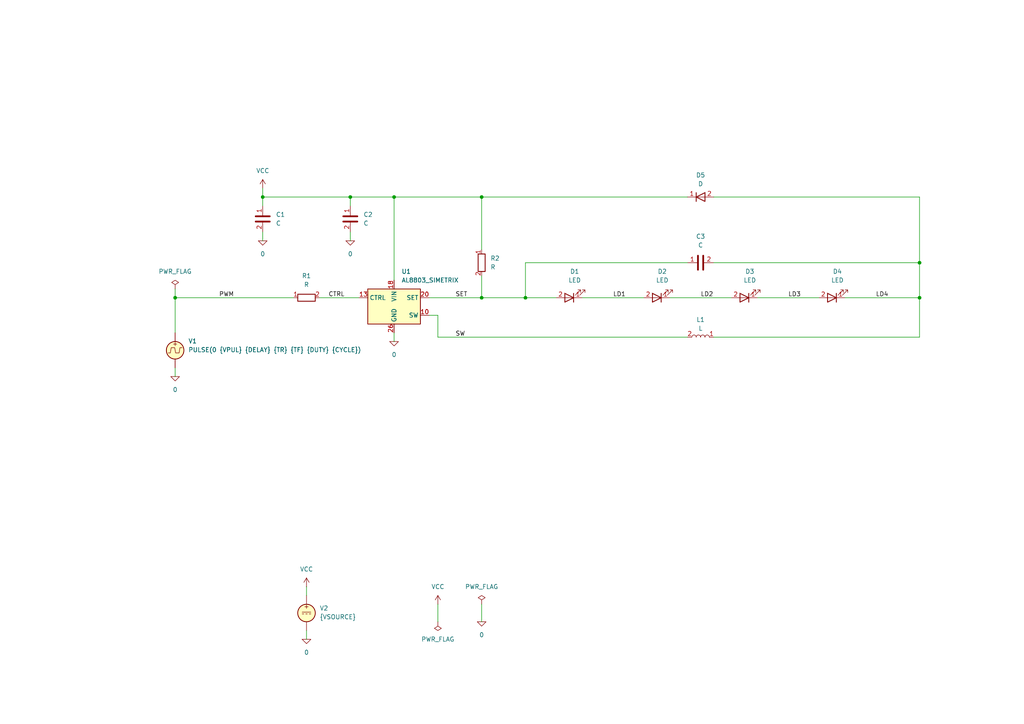
<source format=kicad_sch>
(kicad_sch (version 20250114) (generator "eeschema") (generator_version "9.0")
  (paper "A4")
  (title_block (date "2026-01-30") (rev "1") (company "astroelectronic@") (comment 1 "-") (comment 2 "-") (comment 3 "-") (comment 4 "AE01003803"))
  (lib_symbols
    (symbol "AP8803:0" (power) (pin_numbers (hide yes)) (pin_names (offset 0) (hide yes))
      (property "Value" "0" (at 0 -2.54 0))
      (symbol "0_0_1"
        (polyline (pts (xy -1.27 0) (xy 0 -1.27) (xy 1.27 0) (xy -1.27 0)))
      )
      (symbol "0_1_1"
        (pin power_in line (at 0 0 0) (length 0) (name "~") (number "1"))
      )
    )
    (symbol "AP8803:AP8803"
      (property "Reference" "U" (at -5.08 6.35 0))
      (property "Value" "AP8803" (at 7.62 6.35 0))
      (symbol "AP8803_0_1"
        (rectangle (start -7.62 5.08) (end 7.62 -5.08) (stroke (width 0.254)) (fill (type background)))
      )
      (symbol "AP8803_1_1"
        (pin passive line (at -10.16 2.54 0) (length 2.54) (name "CTRL") (number "13"))
        (pin passive line (at 0 7.62 270) (length 2.54) (name "VIN") (number "18"))
        (pin passive line (at 0 -7.62 90) (length 2.54) (name "GND") (number "26"))
        (pin passive line (at 10.16 2.54 180) (length 2.54) (name "SET") (number "20"))
        (pin passive line (at 10.16 -2.54 180) (length 2.54) (name "SW") (number "10"))
      )
    )
    (symbol "AP8803:C" (pin_names (offset 0.254) (hide yes))
      (property "Reference" "C" (at 0.635 2.54 0))
      (property "Value" "C" (at 0.635 -2.54 0))
      (symbol "C_0_1"
        (polyline (pts (xy -2.032 0.762) (xy 2.032 0.762)) (stroke (width 0.508)))
        (polyline (pts (xy -2.032 -0.762) (xy 2.032 -0.762)) (stroke (width 0.508)))
      )
      (symbol "C_1_1"
        (pin passive line (at 0 3.81 270) (length 2.794) (name "~") (number "1"))
        (pin passive line (at 0 -3.81 90) (length 2.794) (name "~") (number "2"))
      )
    )
    (symbol "AP8803:D" (pin_names (offset 1.016) (hide yes))
      (property "Reference" "D" (at 0 2.54 0))
      (property "Value" "D" (at 0 -2.54 0))
      (symbol "D_0_1"
        (polyline (pts (xy -1.27 1.27) (xy -1.27 -1.27)) (stroke (width 0.254)))
        (polyline (pts (xy 1.27 1.27) (xy 1.27 -1.27) (xy -1.27 0) (xy 1.27 1.27)) (stroke (width 0.254)))
        (polyline (pts (xy 1.27 0) (xy -1.27 0)))
      )
      (symbol "D_1_1"
        (pin passive line (at -3.81 0 0) (length 2.54) (name "K") (number "1"))
        (pin passive line (at 3.81 0 180) (length 2.54) (name "A") (number "2"))
      )
    )
    (symbol "AP8803:L" (pin_names (offset 1.016) (hide yes))
      (property "Reference" "L" (at -1.27 0 90))
      (property "Value" "L" (at 1.905 0 90))
      (symbol "L_0_1"
        (arc (start 0 2.54) (mid 0.6323 1.905) (end 0 1.27))
        (arc (start 0 1.27) (mid 0.6323 0.635) (end 0 0))
        (arc (start 0 0) (mid 0.6323 -0.635) (end 0 -1.27))
        (arc (start 0 -1.27) (mid 0.6323 -1.905) (end 0 -2.54))
      )
      (symbol "L_1_1"
        (pin passive line (at 0 3.81 270) (length 1.27) (name "1") (number "1"))
        (pin passive line (at 0 -3.81 90) (length 1.27) (name "2") (number "2"))
      )
    )
    (symbol "AP8803:LED" (pin_names (offset 1.016) (hide yes))
      (property "Reference" "D" (at 0 2.54 0))
      (property "Value" "LED" (at 0 -2.54 0))
      (symbol "LED_0_1"
        (polyline (pts (xy -3.048 -0.762) (xy -4.572 -2.286) (xy -3.81 -2.286) (xy -4.572 -2.286) (xy -4.572 -1.524)))
        (polyline (pts (xy -1.778 -0.762) (xy -3.302 -2.286) (xy -2.54 -2.286) (xy -3.302 -2.286) (xy -3.302 -1.524)))
        (polyline (pts (xy -1.27 0) (xy 1.27 0)))
        (polyline (pts (xy -1.27 -1.27) (xy -1.27 1.27)) (stroke (width 0.254)))
        (polyline (pts (xy 1.27 -1.27) (xy 1.27 1.27) (xy -1.27 0) (xy 1.27 -1.27)) (stroke (width 0.254)))
      )
      (symbol "LED_1_1"
        (pin passive line (at -3.81 0 0) (length 2.54) (name "K") (number "1"))
        (pin passive line (at 3.81 0 180) (length 2.54) (name "A") (number "2"))
      )
    )
    (symbol "AP8803:PWR_FLAG" (power) (pin_numbers (hide yes)) (pin_names (offset 0) (hide yes))
      (property "Value" "PWR_FLAG" (at 0 3.81 0))
      (symbol "PWR_FLAG_0_0"
        (pin power_out line (at 0 0 90) (length 0) (name "~") (number "1"))
      )
      (symbol "PWR_FLAG_0_1"
        (polyline (pts (xy 0 0) (xy 0 1.27) (xy -1.016 1.905) (xy 0 2.54) (xy 1.016 1.905) (xy 0 1.27)))
      )
    )
    (symbol "AP8803:R" (pin_names (offset 0) (hide yes))
      (property "Reference" "R" (at 2.032 0 90))
      (property "Value" "R" (at 0 0 90))
      (symbol "R_0_1"
        (rectangle (start -1.016 -2.54) (end 1.016 2.54) (stroke (width 0.254)))
      )
      (symbol "R_1_1"
        (pin passive line (at 0 3.81 270) (length 1.27) (name "~") (number "1"))
        (pin passive line (at 0 -3.81 90) (length 1.27) (name "~") (number "2"))
      )
    )
    (symbol "AP8803:VCC" (power) (pin_numbers (hide yes)) (pin_names (offset 0) (hide yes))
      (property "Value" "VCC" (at 0 3.556 0))
      (symbol "VCC_0_1"
        (polyline (pts (xy -0.762 1.27) (xy 0 2.54)))
        (polyline (pts (xy 0 2.54) (xy 0.762 1.27)))
        (polyline (pts (xy 0 0) (xy 0 2.54)))
      )
      (symbol "VCC_1_1"
        (pin power_in line (at 0 0 90) (length 0) (name "~") (number "1"))
      )
    )
    (symbol "AP8803:VDC" (pin_numbers (hide yes)) (pin_names (offset 0.0254))
      (property "Reference" "V" (at 2.54 2.54 0))
      (property "Value" "1" (at 2.54 0 0))
      (symbol "VDC_0_0"
        (polyline (pts (xy -1.27 0.254) (xy 1.27 0.254)))
        (polyline (pts (xy -0.762 -0.254) (xy -1.27 -0.254)))
        (polyline (pts (xy 0.254 -0.254) (xy -0.254 -0.254)))
        (polyline (pts (xy 1.27 -0.254) (xy 0.762 -0.254)))
        (text "+" (at 0 1.905 0) (effects (font (size 1.27 1.27))))
      )
      (symbol "VDC_0_1"
        (circle (center 0 0) (radius 2.54) (stroke (width 0.254)) (fill (type background)))
      )
      (symbol "VDC_1_1"
        (pin passive line (at 0 5.08 270) (length 2.54) (name "~") (number "1"))
        (pin passive line (at 0 -5.08 90) (length 2.54) (name "~") (number "2"))
      )
    )
    (symbol "AP8803:VPULSE" (pin_numbers (hide yes)) (pin_names (offset 0.0254))
      (property "Reference" "V" (at 2.54 2.54 0))
      (property "Value" "VPULSE" (at 2.54 0 0))
      (property "Sim.Params" "y1=0 y2=1 td=2n tr=2n tf=2n tw=50n per=100n" (at 2.54 -2.54 0))
      (symbol "VPULSE_0_0"
        (polyline (pts (xy -2.032 -0.762) (xy -1.397 -0.762) (xy -1.143 0.762) (xy -0.127 0.762) (xy 0.127 -0.762) (xy 1.143 -0.762) (xy 1.397 0.762) (xy 2.032 0.762)))
        (text "+" (at 0 1.905 0) (effects (font (size 1.27 1.27))))
      )
      (symbol "VPULSE_0_1"
        (circle (center 0 0) (radius 2.54) (stroke (width 0.254)) (fill (type background)))
      )
      (symbol "VPULSE_1_1"
        (pin passive line (at 0 5.08 270) (length 2.54) (name "~") (number "1"))
        (pin passive line (at 0 -5.08 90) (length 2.54) (name "~") (number "2"))
      )
    )
  )
  (junction (at 114.3 57.15))
  (junction (at 266.7 76.2))
  (junction (at 139.7 57.15))
  (junction (at 139.7 86.36))
  (junction (at 76.2 57.15))
  (junction (at 50.8 86.36))
  (junction (at 266.7 86.36))
  (junction (at 152.4 86.36))
  (junction (at 101.6 57.15))
  (wire (pts (xy 139.7 72.39) (xy 139.7 57.15)))
  (wire (pts (xy 88.9 170.18) (xy 88.9 172.72)))
  (wire (pts (xy 114.3 57.15) (xy 114.3 81.28)))
  (wire (pts (xy 152.4 76.2) (xy 199.39 76.2)))
  (wire (pts (xy 50.8 83.82) (xy 50.8 86.36)))
  (wire (pts (xy 207.01 76.2) (xy 266.7 76.2)))
  (wire (pts (xy 50.8 86.36) (xy 85.09 86.36)))
  (wire (pts (xy 124.46 86.36) (xy 139.7 86.36)))
  (wire (pts (xy 139.7 57.15) (xy 199.39 57.15)))
  (wire (pts (xy 50.8 106.68) (xy 50.8 109.22)))
  (wire (pts (xy 76.2 54.61) (xy 76.2 57.15)))
  (wire (pts (xy 194.31 86.36) (xy 212.09 86.36)))
  (wire (pts (xy 139.7 57.15) (xy 114.3 57.15)))
  (wire (pts (xy 207.01 97.79) (xy 266.7 97.79)))
  (wire (pts (xy 76.2 59.69) (xy 76.2 57.15)))
  (wire (pts (xy 92.71 86.36) (xy 104.14 86.36)))
  (wire (pts (xy 168.91 86.36) (xy 186.69 86.36)))
  (wire (pts (xy 76.2 57.15) (xy 101.6 57.15)))
  (wire (pts (xy 101.6 57.15) (xy 114.3 57.15)))
  (wire (pts (xy 50.8 96.52) (xy 50.8 86.36)))
  (wire (pts (xy 266.7 76.2) (xy 266.7 86.36)))
  (wire (pts (xy 139.7 175.26) (xy 139.7 180.34)))
  (wire (pts (xy 114.3 96.52) (xy 114.3 99.06)))
  (wire (pts (xy 219.71 86.36) (xy 237.49 86.36)))
  (wire (pts (xy 152.4 86.36) (xy 152.4 76.2)))
  (wire (pts (xy 127 175.26) (xy 127 180.34)))
  (wire (pts (xy 139.7 86.36) (xy 152.4 86.36)))
  (wire (pts (xy 76.2 67.31) (xy 76.2 69.85)))
  (wire (pts (xy 88.9 182.88) (xy 88.9 185.42)))
  (wire (pts (xy 266.7 57.15) (xy 266.7 76.2)))
  (wire (pts (xy 139.7 80.01) (xy 139.7 86.36)))
  (wire (pts (xy 207.01 57.15) (xy 266.7 57.15)))
  (wire (pts (xy 245.11 86.36) (xy 266.7 86.36)))
  (wire (pts (xy 127 91.44) (xy 124.46 91.44)))
  (wire (pts (xy 101.6 57.15) (xy 101.6 59.69)))
  (wire (pts (xy 127 97.79) (xy 127 91.44)))
  (wire (pts (xy 266.7 86.36) (xy 266.7 97.79)))
  (wire (pts (xy 101.6 67.31) (xy 101.6 69.85)))
  (wire (pts (xy 152.4 86.36) (xy 161.29 86.36)))
  (wire (pts (xy 199.39 97.79) (xy 127 97.79)))
  (label "LD1" (at 177.8 86.36 0))
  (label "LD4" (at 254 86.36 0))
  (label "LD2" (at 203.2 86.36 0))
  (label "CTRL" (at 95.25 86.36 0))
  (label "PWM" (at 63.5 86.36 0))
  (label "LD3" (at 228.6 86.36 0))
  (label "SET" (at 132.08 86.36 0))
  (label "SW" (at 132.08 97.79 0))
  (symbol (lib_id "AP8803:C") (at 203.2 76.2 90) (unit 1)
    (property "Reference" "C3" (at 203.2 68.58 90))
    (property "Value" "C" (at 203.2 71.12 90))
    (property "Description" "Unpolarized capacitor" (effects (hide yes)))
  )
  (symbol (lib_id "AP8803:VPULSE") (at 50.8 101.6 0) (unit 1)
    (property "Reference" "V1" (at 54.61 98.9301 0) (effects (justify left)))
    (property "Value" "PULSE(0 {VPUL} {DELAY} {TR} {TF} {DUTY} {CYCLE})" (at 54.61 101.4701 0) (effects (justify left)))
    (property "Datasheet" "https://ngspice.sourceforge.io/docs/ngspice-html-manual/manual.xhtml#sec_Independent_Sources_for" (effects (hide yes)))
    (property "Description" "Voltage source, pulse" (effects (hide yes)))
    (property "Sim.Pins" "1=+ 2=-" (effects (hide yes)))
    (property "Sim.Type" "PULSE" (effects (hide yes)))
    (property "Sim.Device" "V" (effects (hide yes)))
  )
  (symbol (lib_id "AP8803:0") (at 101.6 69.85 0) (unit 1)
    (property "Reference" "#GND04" (effects (hide yes)))
    (property "Value" "0" (at 101.6 73.66 0))
    (property "Datasheet" "https://ngspice.sourceforge.io/docs/ngspice-html-manual/manual.xhtml#subsec_Circuit_elements__device" (effects (hide yes)))
    (property "Description" "0V reference potential for simulation" (effects (hide yes)))
  )
  (symbol (lib_id "AP8803:PWR_FLAG") (at 127 180.34 180) (unit 1)
    (property "Reference" "#FLG03" (effects (hide yes)))
    (property "Value" "PWR_FLAG" (at 127 185.42 0))
    (property "Description" "Special symbol for telling ERC where power comes from" (effects (hide yes)))
  )
  (symbol (lib_id "AP8803:C") (at 101.6 63.5 0) (unit 1)
    (property "Reference" "C2" (at 105.41 62.2299 0) (effects (justify left)))
    (property "Value" "C" (at 105.41 64.7699 0) (effects (justify left)))
    (property "Description" "Unpolarized capacitor" (effects (hide yes)))
  )
  (symbol (lib_id "AP8803:VCC") (at 76.2 54.61 0) (unit 1)
    (property "Reference" "#PWR01" (effects (hide yes)))
    (property "Value" "VCC" (at 76.2 49.53 0))
    (property "Description" "Power symbol creates a global label with name \"VCC\"" (effects (hide yes)))
  )
  (symbol (lib_id "AP8803:PWR_FLAG") (at 50.8 83.82 0) (unit 1)
    (property "Reference" "#FLG01" (effects (hide yes)))
    (property "Value" "PWR_FLAG" (at 50.8 78.74 0))
    (property "Description" "Special symbol for telling ERC where power comes from" (effects (hide yes)))
  )
  (symbol (lib_id "AP8803:PWR_FLAG") (at 139.7 175.26 0) (unit 1)
    (property "Reference" "#FLG02" (effects (hide yes)))
    (property "Value" "PWR_FLAG" (at 139.7 170.18 0))
    (property "Description" "Special symbol for telling ERC where power comes from" (effects (hide yes)))
  )
  (symbol (lib_id "AP8803:LED") (at 165.1 86.36 180) (unit 1)
    (property "Reference" "D1" (at 166.6875 78.74 0))
    (property "Value" "LED" (at 166.6875 81.28 0))
    (property "Description" "Light emitting diode" (effects (hide yes)))
    (property "Sim.Pins" "1=K 2=A" (effects (hide yes)))
  )
  (symbol (lib_id "AP8803:R") (at 139.7 76.2 0) (unit 1)
    (property "Reference" "R2" (at 142.24 74.9299 0) (effects (justify left)))
    (property "Value" "R" (at 142.24 77.4699 0) (effects (justify left)))
    (property "Description" "Resistor" (effects (hide yes)))
  )
  (symbol (lib_id "AP8803:0") (at 88.9 185.42 0) (unit 1)
    (property "Reference" "#GND05" (effects (hide yes)))
    (property "Value" "0" (at 88.9 189.23 0))
    (property "Datasheet" "https://ngspice.sourceforge.io/docs/ngspice-html-manual/manual.xhtml#subsec_Circuit_elements__device" (effects (hide yes)))
    (property "Description" "0V reference potential for simulation" (effects (hide yes)))
  )
  (symbol (lib_id "AP8803:LED") (at 241.3 86.36 180) (unit 1)
    (property "Reference" "D4" (at 242.8875 78.74 0))
    (property "Value" "LED" (at 242.8875 81.28 0))
    (property "Description" "Light emitting diode" (effects (hide yes)))
    (property "Sim.Pins" "1=K 2=A" (effects (hide yes)))
  )
  (symbol (lib_id "AP8803:C") (at 76.2 63.5 0) (unit 1)
    (property "Reference" "C1" (at 80.01 62.2299 0) (effects (justify left)))
    (property "Value" "C" (at 80.01 64.7699 0) (effects (justify left)))
    (property "Description" "Unpolarized capacitor" (effects (hide yes)))
  )
  (symbol (lib_id "AP8803:D") (at 203.2 57.15 0) (unit 1)
    (property "Reference" "D5" (at 203.2 50.8 0))
    (property "Value" "D" (at 203.2 53.34 0))
    (property "Description" "Diode" (effects (hide yes)))
    (property "Sim.Device" "D" (effects (hide yes)))
    (property "Sim.Pins" "1=K 2=A" (effects (hide yes)))
  )
  (symbol (lib_id "AP8803:R") (at 88.9 86.36 90) (unit 1)
    (property "Reference" "R1" (at 88.9 80.01 90))
    (property "Value" "R" (at 88.9 82.55 90))
    (property "Description" "Resistor" (effects (hide yes)))
  )
  (symbol (lib_id "AP8803:LED") (at 190.5 86.36 180) (unit 1)
    (property "Reference" "D2" (at 192.0875 78.74 0))
    (property "Value" "LED" (at 192.0875 81.28 0))
    (property "Description" "Light emitting diode" (effects (hide yes)))
    (property "Sim.Pins" "1=K 2=A" (effects (hide yes)))
  )
  (symbol (lib_id "AP8803:VCC") (at 127 175.26 0) (unit 1)
    (property "Reference" "#PWR03" (effects (hide yes)))
    (property "Value" "VCC" (at 127 170.18 0))
    (property "Description" "Power symbol creates a global label with name \"VCC\"" (effects (hide yes)))
  )
  (symbol (lib_id "AP8803:AP8803") (at 114.3 88.9 0) (unit 1)
    (property "Reference" "U1" (at 116.4433 78.74 0) (effects (justify left)))
    (property "Value" "AL8803_SIMETRIX" (at 116.4433 81.28 0) (effects (justify left)))
    (property "Datasheet" "https://www.diodes.com/assets/Datasheets/AP8803.pdf" (effects (hide yes)))
    (property "Description" "30V 1A BUCK LED DRIVER" (effects (hide yes)))
    (property "Sim.Library" "AP8803.spice.txt" (effects (hide yes)))
    (property "Sim.Name" "AL8803_SIMETRIX" (effects (hide yes)))
    (property "Sim.Device" "SUBCKT" (effects (hide yes)))
  )
  (symbol (lib_id "AP8803:VDC") (at 88.9 177.8 0) (unit 1)
    (property "Reference" "V2" (at 92.71 176.4001 0) (effects (justify left)))
    (property "Value" "{VSOURCE}" (at 92.71 178.9401 0) (effects (justify left)))
    (property "Datasheet" "https://ngspice.sourceforge.io/docs/ngspice-html-manual/manual.xhtml#sec_Independent_Sources_for" (effects (hide yes)))
    (property "Description" "Voltage source, DC" (effects (hide yes)))
    (property "Sim.Pins" "1=+ 2=-" (effects (hide yes)))
    (property "Sim.Type" "DC" (effects (hide yes)))
    (property "Sim.Device" "V" (effects (hide yes)))
  )
  (symbol (lib_id "AP8803:0") (at 139.7 180.34 0) (unit 1)
    (property "Reference" "#GND06" (effects (hide yes)))
    (property "Value" "0" (at 139.7 184.15 0))
    (property "Datasheet" "https://ngspice.sourceforge.io/docs/ngspice-html-manual/manual.xhtml#subsec_Circuit_elements__device" (effects (hide yes)))
    (property "Description" "0V reference potential for simulation" (effects (hide yes)))
  )
  (symbol (lib_id "AP8803:0") (at 76.2 69.85 0) (unit 1)
    (property "Reference" "#GND03" (effects (hide yes)))
    (property "Value" "0" (at 76.2 73.66 0))
    (property "Datasheet" "https://ngspice.sourceforge.io/docs/ngspice-html-manual/manual.xhtml#subsec_Circuit_elements__device" (effects (hide yes)))
    (property "Description" "0V reference potential for simulation" (effects (hide yes)))
  )
  (symbol (lib_id "AP8803:0") (at 114.3 99.06 0) (unit 1)
    (property "Reference" "#GND01" (effects (hide yes)))
    (property "Value" "0" (at 114.3 102.87 0))
    (property "Datasheet" "https://ngspice.sourceforge.io/docs/ngspice-html-manual/manual.xhtml#subsec_Circuit_elements__device" (effects (hide yes)))
    (property "Description" "0V reference potential for simulation" (effects (hide yes)))
  )
  (symbol (lib_id "AP8803:VCC") (at 88.9 170.18 0) (unit 1)
    (property "Reference" "#PWR02" (effects (hide yes)))
    (property "Value" "VCC" (at 88.9 165.1 0))
    (property "Description" "Power symbol creates a global label with name \"VCC\"" (effects (hide yes)))
  )
  (symbol (lib_id "AP8803:L") (at 203.2 97.79 270) (mirror x) (unit 1)
    (property "Reference" "L1" (at 203.2 92.71 90))
    (property "Value" "L" (at 203.2 95.25 90))
    (property "Description" "Inductor" (effects (hide yes)))
  )
  (symbol (lib_id "AP8803:0") (at 50.8 109.22 0) (unit 1)
    (property "Reference" "#GND02" (effects (hide yes)))
    (property "Value" "0" (at 50.8 113.03 0))
    (property "Datasheet" "https://ngspice.sourceforge.io/docs/ngspice-html-manual/manual.xhtml#subsec_Circuit_elements__device" (effects (hide yes)))
    (property "Description" "0V reference potential for simulation" (effects (hide yes)))
  )
  (symbol (lib_id "AP8803:LED") (at 215.9 86.36 180) (unit 1)
    (property "Reference" "D3" (at 217.4875 78.74 0))
    (property "Value" "LED" (at 217.4875 81.28 0))
    (property "Description" "Light emitting diode" (effects (hide yes)))
    (property "Sim.Pins" "1=K 2=A" (effects (hide yes)))
  )
)
</source>
